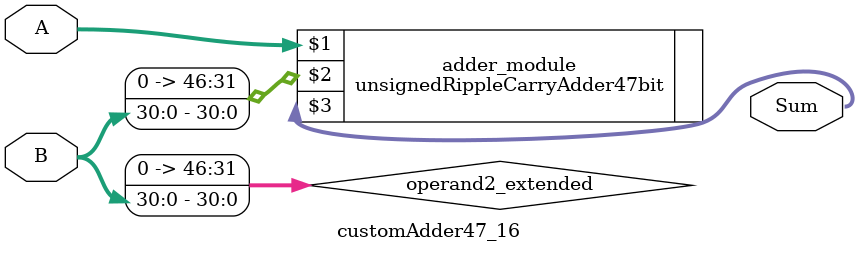
<source format=v>
module customAdder47_16(
                        input [46 : 0] A,
                        input [30 : 0] B,
                        
                        output [47 : 0] Sum
                );

        wire [46 : 0] operand2_extended;
        
        assign operand2_extended =  {16'b0, B};
        
        unsignedRippleCarryAdder47bit adder_module(
            A,
            operand2_extended,
            Sum
        );
        
        endmodule
        
</source>
